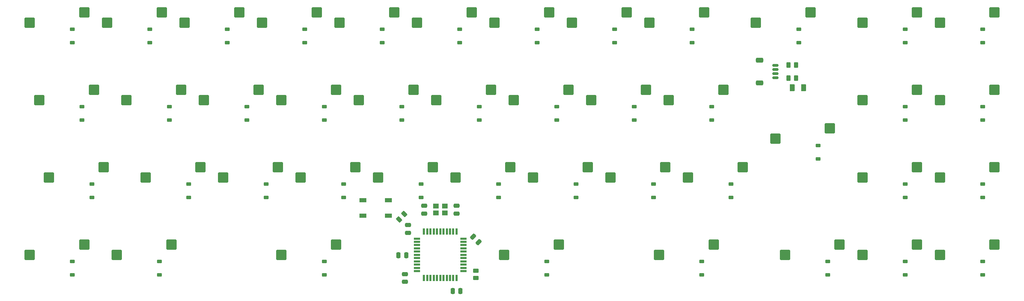
<source format=gbr>
%TF.GenerationSoftware,KiCad,Pcbnew,7.0.6*%
%TF.CreationDate,2023-07-09T11:59:42+02:00*%
%TF.ProjectId,cursed-scandinavian-iso-van,63757273-6564-42d7-9363-616e64696e61,rev?*%
%TF.SameCoordinates,Original*%
%TF.FileFunction,Paste,Bot*%
%TF.FilePolarity,Positive*%
%FSLAX46Y46*%
G04 Gerber Fmt 4.6, Leading zero omitted, Abs format (unit mm)*
G04 Created by KiCad (PCBNEW 7.0.6) date 2023-07-09 11:59:42*
%MOMM*%
%LPD*%
G01*
G04 APERTURE LIST*
G04 Aperture macros list*
%AMRoundRect*
0 Rectangle with rounded corners*
0 $1 Rounding radius*
0 $2 $3 $4 $5 $6 $7 $8 $9 X,Y pos of 4 corners*
0 Add a 4 corners polygon primitive as box body*
4,1,4,$2,$3,$4,$5,$6,$7,$8,$9,$2,$3,0*
0 Add four circle primitives for the rounded corners*
1,1,$1+$1,$2,$3*
1,1,$1+$1,$4,$5*
1,1,$1+$1,$6,$7*
1,1,$1+$1,$8,$9*
0 Add four rect primitives between the rounded corners*
20,1,$1+$1,$2,$3,$4,$5,0*
20,1,$1+$1,$4,$5,$6,$7,0*
20,1,$1+$1,$6,$7,$8,$9,0*
20,1,$1+$1,$8,$9,$2,$3,0*%
G04 Aperture macros list end*
%ADD10RoundRect,0.250000X1.025000X1.000000X-1.025000X1.000000X-1.025000X-1.000000X1.025000X-1.000000X0*%
%ADD11R,1.400000X1.200000*%
%ADD12R,1.500000X0.550000*%
%ADD13R,0.550000X1.500000*%
%ADD14R,1.700000X1.000000*%
%ADD15RoundRect,0.250000X-0.450000X0.262500X-0.450000X-0.262500X0.450000X-0.262500X0.450000X0.262500X0*%
%ADD16RoundRect,0.250000X-0.262500X-0.450000X0.262500X-0.450000X0.262500X0.450000X-0.262500X0.450000X0*%
%ADD17RoundRect,0.250000X0.132583X-0.503814X0.503814X-0.132583X-0.132583X0.503814X-0.503814X0.132583X0*%
%ADD18RoundRect,0.150000X0.625000X-0.150000X0.625000X0.150000X-0.625000X0.150000X-0.625000X-0.150000X0*%
%ADD19RoundRect,0.250000X0.650000X-0.350000X0.650000X0.350000X-0.650000X0.350000X-0.650000X-0.350000X0*%
%ADD20RoundRect,0.250000X-0.375000X-0.625000X0.375000X-0.625000X0.375000X0.625000X-0.375000X0.625000X0*%
%ADD21RoundRect,0.225000X0.375000X-0.225000X0.375000X0.225000X-0.375000X0.225000X-0.375000X-0.225000X0*%
%ADD22RoundRect,0.250000X-0.475000X0.250000X-0.475000X-0.250000X0.475000X-0.250000X0.475000X0.250000X0*%
%ADD23RoundRect,0.250000X0.250000X0.475000X-0.250000X0.475000X-0.250000X-0.475000X0.250000X-0.475000X0*%
%ADD24RoundRect,0.250000X0.475000X-0.250000X0.475000X0.250000X-0.475000X0.250000X-0.475000X-0.250000X0*%
%ADD25RoundRect,0.250000X0.512652X0.159099X0.159099X0.512652X-0.512652X-0.159099X-0.159099X-0.512652X0*%
G04 APERTURE END LIST*
D10*
%TO.C,MX37*%
X47408750Y-87947500D03*
X60858750Y-85407500D03*
%TD*%
%TO.C,MX40*%
X180758750Y-87947500D03*
X194208750Y-85407500D03*
%TD*%
D11*
%TO.C,Y1*%
X128100000Y-77687501D03*
X125900000Y-77687501D03*
X125900000Y-75987501D03*
X128100000Y-75987501D03*
%TD*%
D12*
%TO.C,U1*%
X121268750Y-91962500D03*
X121268750Y-91162500D03*
X121268750Y-90362500D03*
X121268750Y-89562500D03*
X121268750Y-88762500D03*
X121268750Y-87962500D03*
X121268750Y-87162500D03*
X121268750Y-86362500D03*
X121268750Y-85562500D03*
X121268750Y-84762500D03*
X121268750Y-83962500D03*
D13*
X122968750Y-82262500D03*
X123768750Y-82262500D03*
X124568750Y-82262500D03*
X125368750Y-82262500D03*
X126168750Y-82262500D03*
X126968750Y-82262500D03*
X127768750Y-82262500D03*
X128568750Y-82262500D03*
X129368750Y-82262500D03*
X130168750Y-82262500D03*
X130968750Y-82262500D03*
D12*
X132668750Y-83962500D03*
X132668750Y-84762500D03*
X132668750Y-85562500D03*
X132668750Y-86362500D03*
X132668750Y-87162500D03*
X132668750Y-87962500D03*
X132668750Y-88762500D03*
X132668750Y-89562500D03*
X132668750Y-90362500D03*
X132668750Y-91162500D03*
X132668750Y-91962500D03*
D13*
X130968750Y-93662500D03*
X130168750Y-93662500D03*
X129368750Y-93662500D03*
X128568750Y-93662500D03*
X127768750Y-93662500D03*
X126968750Y-93662500D03*
X126168750Y-93662500D03*
X125368750Y-93662500D03*
X124568750Y-93662500D03*
X123768750Y-93662500D03*
X122968750Y-93662500D03*
%TD*%
D14*
%TO.C,SW1*%
X114249999Y-74493749D03*
X107949999Y-74493749D03*
X107949999Y-78293749D03*
X114249999Y-78293749D03*
%TD*%
D15*
%TO.C,R4*%
X135731250Y-91837500D03*
X135731250Y-93662500D03*
%TD*%
D16*
%TO.C,R3*%
X212606250Y-44450000D03*
X214431250Y-44450000D03*
%TD*%
%TO.C,R2*%
X212606250Y-41275000D03*
X214431250Y-41275000D03*
%TD*%
D17*
%TO.C,R1*%
X116829765Y-79226485D03*
X118120235Y-77936015D03*
%TD*%
D10*
%TO.C,MX43*%
X249815000Y-87947500D03*
X263265000Y-85407500D03*
%TD*%
%TO.C,MX42*%
X230765000Y-87947500D03*
X244215000Y-85407500D03*
%TD*%
%TO.C,MX41*%
X211715000Y-87947500D03*
X225165000Y-85407500D03*
%TD*%
%TO.C,MX39*%
X142658750Y-87947500D03*
X156108750Y-85407500D03*
%TD*%
%TO.C,MX38*%
X87890000Y-87947500D03*
X101340000Y-85407500D03*
%TD*%
%TO.C,MX36*%
X25977500Y-87947500D03*
X39427500Y-85407500D03*
%TD*%
%TO.C,MX35*%
X249815000Y-68897500D03*
X263265000Y-66357500D03*
%TD*%
%TO.C,MX34*%
X230765000Y-68897500D03*
X244215000Y-66357500D03*
%TD*%
%TO.C,MX33*%
X187902500Y-68897500D03*
X201352500Y-66357500D03*
%TD*%
%TO.C,MX32*%
X168852500Y-68897500D03*
X182302500Y-66357500D03*
%TD*%
%TO.C,MX31*%
X149802500Y-68897500D03*
X163252500Y-66357500D03*
%TD*%
%TO.C,MX30*%
X130752500Y-68897500D03*
X144202500Y-66357500D03*
%TD*%
%TO.C,MX29*%
X111702500Y-68897500D03*
X125152500Y-66357500D03*
%TD*%
%TO.C,MX28*%
X92652500Y-68897500D03*
X106102500Y-66357500D03*
%TD*%
%TO.C,MX27*%
X73602500Y-68897500D03*
X87052500Y-66357500D03*
%TD*%
%TO.C,MX26*%
X54552500Y-68897500D03*
X68002500Y-66357500D03*
%TD*%
%TO.C,MX25*%
X30740000Y-68897500D03*
X44190000Y-66357500D03*
%TD*%
%TO.C,MX24*%
X249815000Y-49847500D03*
X263265000Y-47307500D03*
%TD*%
%TO.C,MX23*%
X230765000Y-49847500D03*
X244215000Y-47307500D03*
%TD*%
%TO.C,MX22*%
X209333750Y-59372500D03*
X222783750Y-56832500D03*
%TD*%
%TO.C,MX21*%
X183140000Y-49847500D03*
X196590000Y-47307500D03*
%TD*%
%TO.C,MX20*%
X164090000Y-49847500D03*
X177540000Y-47307500D03*
%TD*%
%TO.C,MX19*%
X145040000Y-49847500D03*
X158490000Y-47307500D03*
%TD*%
%TO.C,MX18*%
X125990000Y-49847500D03*
X139440000Y-47307500D03*
%TD*%
%TO.C,MX17*%
X106940000Y-49847500D03*
X120390000Y-47307500D03*
%TD*%
%TO.C,MX16*%
X87890000Y-49847500D03*
X101340000Y-47307500D03*
%TD*%
%TO.C,MX15*%
X68840000Y-49847500D03*
X82290000Y-47307500D03*
%TD*%
%TO.C,MX14*%
X49790000Y-49847500D03*
X63240000Y-47307500D03*
%TD*%
%TO.C,MX13*%
X28358750Y-49847500D03*
X41808750Y-47307500D03*
%TD*%
%TO.C,MX12*%
X249815000Y-30797500D03*
X263265000Y-28257500D03*
%TD*%
%TO.C,MX11*%
X230765000Y-30797500D03*
X244215000Y-28257500D03*
%TD*%
%TO.C,MX10*%
X204571250Y-30797500D03*
X218021250Y-28257500D03*
%TD*%
%TO.C,MX9*%
X178377500Y-30797500D03*
X191827500Y-28257500D03*
%TD*%
%TO.C,MX8*%
X159327500Y-30797500D03*
X172777500Y-28257500D03*
%TD*%
%TO.C,MX7*%
X140277500Y-30797500D03*
X153727500Y-28257500D03*
%TD*%
%TO.C,MX6*%
X121227500Y-30797500D03*
X134677500Y-28257500D03*
%TD*%
%TO.C,MX5*%
X102177500Y-30797500D03*
X115627500Y-28257500D03*
%TD*%
%TO.C,MX4*%
X83127500Y-30797500D03*
X96577500Y-28257500D03*
%TD*%
%TO.C,MX3*%
X64077500Y-30797500D03*
X77527500Y-28257500D03*
%TD*%
%TO.C,MX2*%
X45027500Y-30797500D03*
X58477500Y-28257500D03*
%TD*%
%TO.C,MX1*%
X25977500Y-30797500D03*
X39427500Y-28257500D03*
%TD*%
D18*
%TO.C,J1*%
X209356250Y-44362500D03*
X209356250Y-43362500D03*
X209356250Y-42362500D03*
X209356250Y-41362500D03*
D19*
X205481250Y-40062500D03*
X205481250Y-45662500D03*
%TD*%
D20*
%TO.C,F1*%
X213518750Y-46831250D03*
X216318750Y-46831250D03*
%TD*%
D21*
%TO.C,D43*%
X260350000Y-92931250D03*
X260350000Y-89631250D03*
%TD*%
%TO.C,D42*%
X241300000Y-92931250D03*
X241300000Y-89631250D03*
%TD*%
%TO.C,D41*%
X222250000Y-92931250D03*
X222250000Y-89631250D03*
%TD*%
%TO.C,D40*%
X191293750Y-92931250D03*
X191293750Y-89631250D03*
%TD*%
%TO.C,D39*%
X153193750Y-92931250D03*
X153193750Y-89631250D03*
%TD*%
%TO.C,D38*%
X98425000Y-92931250D03*
X98425000Y-89631250D03*
%TD*%
%TO.C,D37*%
X57943750Y-92931250D03*
X57943750Y-89631250D03*
%TD*%
%TO.C,D36*%
X36512500Y-92931250D03*
X36512500Y-89631250D03*
%TD*%
%TO.C,D35*%
X260350000Y-73881250D03*
X260350000Y-70581250D03*
%TD*%
%TO.C,D34*%
X241300000Y-73881250D03*
X241300000Y-70581250D03*
%TD*%
%TO.C,D33*%
X198437500Y-73881250D03*
X198437500Y-70581250D03*
%TD*%
%TO.C,D32*%
X179387500Y-73881250D03*
X179387500Y-70581250D03*
%TD*%
%TO.C,D31*%
X160337500Y-73881250D03*
X160337500Y-70581250D03*
%TD*%
%TO.C,D30*%
X141287500Y-73881250D03*
X141287500Y-70581250D03*
%TD*%
%TO.C,D29*%
X122237500Y-73881250D03*
X122237500Y-70581250D03*
%TD*%
%TO.C,D28*%
X103187500Y-73881250D03*
X103187500Y-70581250D03*
%TD*%
%TO.C,D27*%
X84137500Y-73881250D03*
X84137500Y-70581250D03*
%TD*%
%TO.C,D26*%
X65087500Y-73881250D03*
X65087500Y-70581250D03*
%TD*%
%TO.C,D25*%
X41275000Y-73881250D03*
X41275000Y-70581250D03*
%TD*%
%TO.C,D24*%
X260350000Y-54831250D03*
X260350000Y-51531250D03*
%TD*%
%TO.C,D23*%
X241300000Y-54831250D03*
X241300000Y-51531250D03*
%TD*%
%TO.C,D22*%
X219868750Y-64356250D03*
X219868750Y-61056250D03*
%TD*%
%TO.C,D21*%
X193675000Y-54831250D03*
X193675000Y-51531250D03*
%TD*%
%TO.C,D20*%
X174625000Y-54831250D03*
X174625000Y-51531250D03*
%TD*%
%TO.C,D19*%
X155575000Y-54831250D03*
X155575000Y-51531250D03*
%TD*%
%TO.C,D18*%
X136525000Y-54831250D03*
X136525000Y-51531250D03*
%TD*%
%TO.C,D17*%
X117475000Y-54831250D03*
X117475000Y-51531250D03*
%TD*%
%TO.C,D16*%
X98425000Y-54831250D03*
X98425000Y-51531250D03*
%TD*%
%TO.C,D15*%
X79375000Y-54831250D03*
X79375000Y-51531250D03*
%TD*%
%TO.C,D14*%
X60325000Y-54831250D03*
X60325000Y-51531250D03*
%TD*%
%TO.C,D13*%
X38893750Y-54831250D03*
X38893750Y-51531250D03*
%TD*%
%TO.C,D12*%
X260350000Y-35781250D03*
X260350000Y-32481250D03*
%TD*%
%TO.C,D11*%
X241300000Y-35781250D03*
X241300000Y-32481250D03*
%TD*%
%TO.C,D10*%
X215106250Y-35781250D03*
X215106250Y-32481250D03*
%TD*%
%TO.C,D9*%
X188912500Y-35781250D03*
X188912500Y-32481250D03*
%TD*%
%TO.C,D8*%
X169862500Y-35781250D03*
X169862500Y-32481250D03*
%TD*%
%TO.C,D7*%
X150812500Y-35781250D03*
X150812500Y-32481250D03*
%TD*%
%TO.C,D6*%
X131762500Y-35781250D03*
X131762500Y-32481250D03*
%TD*%
%TO.C,D5*%
X112712500Y-35781250D03*
X112712500Y-32481250D03*
%TD*%
%TO.C,D4*%
X93662500Y-35781250D03*
X93662500Y-32481250D03*
%TD*%
%TO.C,D3*%
X74612500Y-35781250D03*
X74612500Y-32481250D03*
%TD*%
%TO.C,D2*%
X55562500Y-35781250D03*
X55562500Y-32481250D03*
%TD*%
%TO.C,D1*%
X36512500Y-35781250D03*
X36512500Y-32481250D03*
%TD*%
D22*
%TO.C,C7*%
X118268750Y-92712500D03*
X118268750Y-94612500D03*
%TD*%
D23*
%TO.C,C6*%
X131918750Y-96837500D03*
X130018750Y-96837500D03*
%TD*%
D24*
%TO.C,C5*%
X119062500Y-82550001D03*
X119062500Y-80650001D03*
%TD*%
D25*
%TO.C,C4*%
X136403001Y-84809251D03*
X135059499Y-83465749D03*
%TD*%
D24*
%TO.C,C3*%
X123031250Y-77787501D03*
X123031250Y-75887501D03*
%TD*%
D22*
%TO.C,C2*%
X130968750Y-75887501D03*
X130968750Y-77787501D03*
%TD*%
D23*
%TO.C,C1*%
X118581249Y-88106250D03*
X116681249Y-88106250D03*
%TD*%
M02*

</source>
